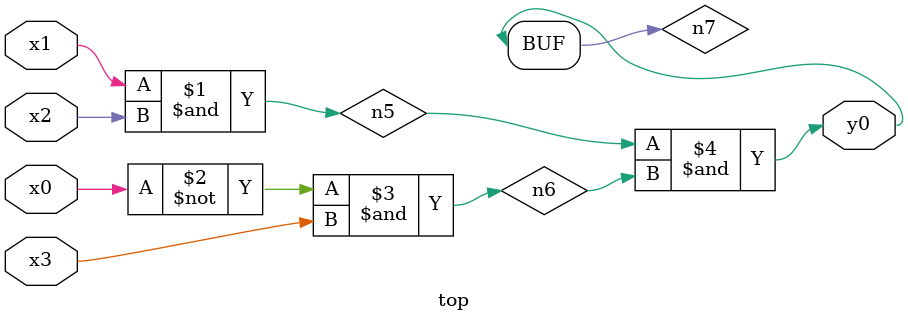
<source format=v>
module top( x0 , x1 , x2 , x3 , y0 );
  input x0 , x1 , x2 , x3 ;
  output y0 ;
  wire n5 , n6 , n7 ;
  assign n5 = x1 & x2 ;
  assign n6 = ~x0 & x3 ;
  assign n7 = n5 & n6 ;
  assign y0 = n7 ;
endmodule

</source>
